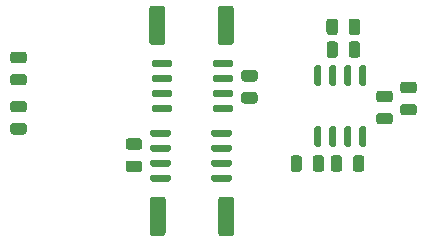
<source format=gbr>
%TF.GenerationSoftware,KiCad,Pcbnew,(5.1.6)-1*%
%TF.CreationDate,2020-06-16T18:43:17+01:00*%
%TF.ProjectId,peltier_driver_pcb,70656c74-6965-4725-9f64-72697665725f,rev?*%
%TF.SameCoordinates,Original*%
%TF.FileFunction,Paste,Top*%
%TF.FilePolarity,Positive*%
%FSLAX46Y46*%
G04 Gerber Fmt 4.6, Leading zero omitted, Abs format (unit mm)*
G04 Created by KiCad (PCBNEW (5.1.6)-1) date 2020-06-16 18:43:17*
%MOMM*%
%LPD*%
G01*
G04 APERTURE LIST*
G04 APERTURE END LIST*
%TO.C,U9*%
G36*
G01*
X135584200Y-74592399D02*
X135584200Y-74892399D01*
G75*
G02*
X135434200Y-75042399I-150000J0D01*
G01*
X133984200Y-75042399D01*
G75*
G02*
X133834200Y-74892399I0J150000D01*
G01*
X133834200Y-74592399D01*
G75*
G02*
X133984200Y-74442399I150000J0D01*
G01*
X135434200Y-74442399D01*
G75*
G02*
X135584200Y-74592399I0J-150000D01*
G01*
G37*
G36*
G01*
X135584200Y-73322399D02*
X135584200Y-73622399D01*
G75*
G02*
X135434200Y-73772399I-150000J0D01*
G01*
X133984200Y-73772399D01*
G75*
G02*
X133834200Y-73622399I0J150000D01*
G01*
X133834200Y-73322399D01*
G75*
G02*
X133984200Y-73172399I150000J0D01*
G01*
X135434200Y-73172399D01*
G75*
G02*
X135584200Y-73322399I0J-150000D01*
G01*
G37*
G36*
G01*
X135584200Y-72052399D02*
X135584200Y-72352399D01*
G75*
G02*
X135434200Y-72502399I-150000J0D01*
G01*
X133984200Y-72502399D01*
G75*
G02*
X133834200Y-72352399I0J150000D01*
G01*
X133834200Y-72052399D01*
G75*
G02*
X133984200Y-71902399I150000J0D01*
G01*
X135434200Y-71902399D01*
G75*
G02*
X135584200Y-72052399I0J-150000D01*
G01*
G37*
G36*
G01*
X135584200Y-70782399D02*
X135584200Y-71082399D01*
G75*
G02*
X135434200Y-71232399I-150000J0D01*
G01*
X133984200Y-71232399D01*
G75*
G02*
X133834200Y-71082399I0J150000D01*
G01*
X133834200Y-70782399D01*
G75*
G02*
X133984200Y-70632399I150000J0D01*
G01*
X135434200Y-70632399D01*
G75*
G02*
X135584200Y-70782399I0J-150000D01*
G01*
G37*
G36*
G01*
X130434200Y-70782399D02*
X130434200Y-71082399D01*
G75*
G02*
X130284200Y-71232399I-150000J0D01*
G01*
X128834200Y-71232399D01*
G75*
G02*
X128684200Y-71082399I0J150000D01*
G01*
X128684200Y-70782399D01*
G75*
G02*
X128834200Y-70632399I150000J0D01*
G01*
X130284200Y-70632399D01*
G75*
G02*
X130434200Y-70782399I0J-150000D01*
G01*
G37*
G36*
G01*
X130434200Y-72052399D02*
X130434200Y-72352399D01*
G75*
G02*
X130284200Y-72502399I-150000J0D01*
G01*
X128834200Y-72502399D01*
G75*
G02*
X128684200Y-72352399I0J150000D01*
G01*
X128684200Y-72052399D01*
G75*
G02*
X128834200Y-71902399I150000J0D01*
G01*
X130284200Y-71902399D01*
G75*
G02*
X130434200Y-72052399I0J-150000D01*
G01*
G37*
G36*
G01*
X130434200Y-73322399D02*
X130434200Y-73622399D01*
G75*
G02*
X130284200Y-73772399I-150000J0D01*
G01*
X128834200Y-73772399D01*
G75*
G02*
X128684200Y-73622399I0J150000D01*
G01*
X128684200Y-73322399D01*
G75*
G02*
X128834200Y-73172399I150000J0D01*
G01*
X130284200Y-73172399D01*
G75*
G02*
X130434200Y-73322399I0J-150000D01*
G01*
G37*
G36*
G01*
X130434200Y-74592399D02*
X130434200Y-74892399D01*
G75*
G02*
X130284200Y-75042399I-150000J0D01*
G01*
X128834200Y-75042399D01*
G75*
G02*
X128684200Y-74892399I0J150000D01*
G01*
X128684200Y-74592399D01*
G75*
G02*
X128834200Y-74442399I150000J0D01*
G01*
X130284200Y-74442399D01*
G75*
G02*
X130434200Y-74592399I0J-150000D01*
G01*
G37*
%TD*%
%TO.C,C6*%
G36*
G01*
X127763250Y-72352500D02*
X126850750Y-72352500D01*
G75*
G02*
X126607000Y-72108750I0J243750D01*
G01*
X126607000Y-71621250D01*
G75*
G02*
X126850750Y-71377500I243750J0D01*
G01*
X127763250Y-71377500D01*
G75*
G02*
X128007000Y-71621250I0J-243750D01*
G01*
X128007000Y-72108750D01*
G75*
G02*
X127763250Y-72352500I-243750J0D01*
G01*
G37*
G36*
G01*
X127763250Y-74227500D02*
X126850750Y-74227500D01*
G75*
G02*
X126607000Y-73983750I0J243750D01*
G01*
X126607000Y-73496250D01*
G75*
G02*
X126850750Y-73252500I243750J0D01*
G01*
X127763250Y-73252500D01*
G75*
G02*
X128007000Y-73496250I0J-243750D01*
G01*
X128007000Y-73983750D01*
G75*
G02*
X127763250Y-74227500I-243750J0D01*
G01*
G37*
%TD*%
%TO.C,R3*%
G36*
G01*
X148972250Y-68318500D02*
X148059750Y-68318500D01*
G75*
G02*
X147816000Y-68074750I0J243750D01*
G01*
X147816000Y-67587250D01*
G75*
G02*
X148059750Y-67343500I243750J0D01*
G01*
X148972250Y-67343500D01*
G75*
G02*
X149216000Y-67587250I0J-243750D01*
G01*
X149216000Y-68074750D01*
G75*
G02*
X148972250Y-68318500I-243750J0D01*
G01*
G37*
G36*
G01*
X148972250Y-70193500D02*
X148059750Y-70193500D01*
G75*
G02*
X147816000Y-69949750I0J243750D01*
G01*
X147816000Y-69462250D01*
G75*
G02*
X148059750Y-69218500I243750J0D01*
G01*
X148972250Y-69218500D01*
G75*
G02*
X149216000Y-69462250I0J-243750D01*
G01*
X149216000Y-69949750D01*
G75*
G02*
X148972250Y-70193500I-243750J0D01*
G01*
G37*
%TD*%
%TO.C,R5*%
G36*
G01*
X143964500Y-73972250D02*
X143964500Y-73059750D01*
G75*
G02*
X144208250Y-72816000I243750J0D01*
G01*
X144695750Y-72816000D01*
G75*
G02*
X144939500Y-73059750I0J-243750D01*
G01*
X144939500Y-73972250D01*
G75*
G02*
X144695750Y-74216000I-243750J0D01*
G01*
X144208250Y-74216000D01*
G75*
G02*
X143964500Y-73972250I0J243750D01*
G01*
G37*
G36*
G01*
X145839500Y-73972250D02*
X145839500Y-73059750D01*
G75*
G02*
X146083250Y-72816000I243750J0D01*
G01*
X146570750Y-72816000D01*
G75*
G02*
X146814500Y-73059750I0J-243750D01*
G01*
X146814500Y-73972250D01*
G75*
G02*
X146570750Y-74216000I-243750J0D01*
G01*
X146083250Y-74216000D01*
G75*
G02*
X145839500Y-73972250I0J243750D01*
G01*
G37*
%TD*%
%TO.C,R9*%
G36*
G01*
X151004250Y-69431500D02*
X150091750Y-69431500D01*
G75*
G02*
X149848000Y-69187750I0J243750D01*
G01*
X149848000Y-68700250D01*
G75*
G02*
X150091750Y-68456500I243750J0D01*
G01*
X151004250Y-68456500D01*
G75*
G02*
X151248000Y-68700250I0J-243750D01*
G01*
X151248000Y-69187750D01*
G75*
G02*
X151004250Y-69431500I-243750J0D01*
G01*
G37*
G36*
G01*
X151004250Y-67556500D02*
X150091750Y-67556500D01*
G75*
G02*
X149848000Y-67312750I0J243750D01*
G01*
X149848000Y-66825250D01*
G75*
G02*
X150091750Y-66581500I243750J0D01*
G01*
X151004250Y-66581500D01*
G75*
G02*
X151248000Y-66825250I0J-243750D01*
G01*
X151248000Y-67312750D01*
G75*
G02*
X151004250Y-67556500I-243750J0D01*
G01*
G37*
%TD*%
%TO.C,R4*%
G36*
G01*
X142440500Y-73972250D02*
X142440500Y-73059750D01*
G75*
G02*
X142684250Y-72816000I243750J0D01*
G01*
X143171750Y-72816000D01*
G75*
G02*
X143415500Y-73059750I0J-243750D01*
G01*
X143415500Y-73972250D01*
G75*
G02*
X143171750Y-74216000I-243750J0D01*
G01*
X142684250Y-74216000D01*
G75*
G02*
X142440500Y-73972250I0J243750D01*
G01*
G37*
G36*
G01*
X140565500Y-73972250D02*
X140565500Y-73059750D01*
G75*
G02*
X140809250Y-72816000I243750J0D01*
G01*
X141296750Y-72816000D01*
G75*
G02*
X141540500Y-73059750I0J-243750D01*
G01*
X141540500Y-73972250D01*
G75*
G02*
X141296750Y-74216000I-243750J0D01*
G01*
X140809250Y-74216000D01*
G75*
G02*
X140565500Y-73972250I0J243750D01*
G01*
G37*
%TD*%
%TO.C,R7*%
G36*
G01*
X144588500Y-63407750D02*
X144588500Y-64320250D01*
G75*
G02*
X144344750Y-64564000I-243750J0D01*
G01*
X143857250Y-64564000D01*
G75*
G02*
X143613500Y-64320250I0J243750D01*
G01*
X143613500Y-63407750D01*
G75*
G02*
X143857250Y-63164000I243750J0D01*
G01*
X144344750Y-63164000D01*
G75*
G02*
X144588500Y-63407750I0J-243750D01*
G01*
G37*
G36*
G01*
X146463500Y-63407750D02*
X146463500Y-64320250D01*
G75*
G02*
X146219750Y-64564000I-243750J0D01*
G01*
X145732250Y-64564000D01*
G75*
G02*
X145488500Y-64320250I0J243750D01*
G01*
X145488500Y-63407750D01*
G75*
G02*
X145732250Y-63164000I243750J0D01*
G01*
X146219750Y-63164000D01*
G75*
G02*
X146463500Y-63407750I0J-243750D01*
G01*
G37*
%TD*%
%TO.C,R8*%
G36*
G01*
X145483900Y-62389850D02*
X145483900Y-61477350D01*
G75*
G02*
X145727650Y-61233600I243750J0D01*
G01*
X146215150Y-61233600D01*
G75*
G02*
X146458900Y-61477350I0J-243750D01*
G01*
X146458900Y-62389850D01*
G75*
G02*
X146215150Y-62633600I-243750J0D01*
G01*
X145727650Y-62633600D01*
G75*
G02*
X145483900Y-62389850I0J243750D01*
G01*
G37*
G36*
G01*
X143608900Y-62389850D02*
X143608900Y-61477350D01*
G75*
G02*
X143852650Y-61233600I243750J0D01*
G01*
X144340150Y-61233600D01*
G75*
G02*
X144583900Y-61477350I0J-243750D01*
G01*
X144583900Y-62389850D01*
G75*
G02*
X144340150Y-62633600I-243750J0D01*
G01*
X143852650Y-62633600D01*
G75*
G02*
X143608900Y-62389850I0J243750D01*
G01*
G37*
%TD*%
%TO.C,U3*%
G36*
G01*
X143027200Y-72089200D02*
X142727200Y-72089200D01*
G75*
G02*
X142577200Y-71939200I0J150000D01*
G01*
X142577200Y-70489200D01*
G75*
G02*
X142727200Y-70339200I150000J0D01*
G01*
X143027200Y-70339200D01*
G75*
G02*
X143177200Y-70489200I0J-150000D01*
G01*
X143177200Y-71939200D01*
G75*
G02*
X143027200Y-72089200I-150000J0D01*
G01*
G37*
G36*
G01*
X144297200Y-72089200D02*
X143997200Y-72089200D01*
G75*
G02*
X143847200Y-71939200I0J150000D01*
G01*
X143847200Y-70489200D01*
G75*
G02*
X143997200Y-70339200I150000J0D01*
G01*
X144297200Y-70339200D01*
G75*
G02*
X144447200Y-70489200I0J-150000D01*
G01*
X144447200Y-71939200D01*
G75*
G02*
X144297200Y-72089200I-150000J0D01*
G01*
G37*
G36*
G01*
X145567200Y-72089200D02*
X145267200Y-72089200D01*
G75*
G02*
X145117200Y-71939200I0J150000D01*
G01*
X145117200Y-70489200D01*
G75*
G02*
X145267200Y-70339200I150000J0D01*
G01*
X145567200Y-70339200D01*
G75*
G02*
X145717200Y-70489200I0J-150000D01*
G01*
X145717200Y-71939200D01*
G75*
G02*
X145567200Y-72089200I-150000J0D01*
G01*
G37*
G36*
G01*
X146837200Y-72089200D02*
X146537200Y-72089200D01*
G75*
G02*
X146387200Y-71939200I0J150000D01*
G01*
X146387200Y-70489200D01*
G75*
G02*
X146537200Y-70339200I150000J0D01*
G01*
X146837200Y-70339200D01*
G75*
G02*
X146987200Y-70489200I0J-150000D01*
G01*
X146987200Y-71939200D01*
G75*
G02*
X146837200Y-72089200I-150000J0D01*
G01*
G37*
G36*
G01*
X146837200Y-66939200D02*
X146537200Y-66939200D01*
G75*
G02*
X146387200Y-66789200I0J150000D01*
G01*
X146387200Y-65339200D01*
G75*
G02*
X146537200Y-65189200I150000J0D01*
G01*
X146837200Y-65189200D01*
G75*
G02*
X146987200Y-65339200I0J-150000D01*
G01*
X146987200Y-66789200D01*
G75*
G02*
X146837200Y-66939200I-150000J0D01*
G01*
G37*
G36*
G01*
X145567200Y-66939200D02*
X145267200Y-66939200D01*
G75*
G02*
X145117200Y-66789200I0J150000D01*
G01*
X145117200Y-65339200D01*
G75*
G02*
X145267200Y-65189200I150000J0D01*
G01*
X145567200Y-65189200D01*
G75*
G02*
X145717200Y-65339200I0J-150000D01*
G01*
X145717200Y-66789200D01*
G75*
G02*
X145567200Y-66939200I-150000J0D01*
G01*
G37*
G36*
G01*
X144297200Y-66939200D02*
X143997200Y-66939200D01*
G75*
G02*
X143847200Y-66789200I0J150000D01*
G01*
X143847200Y-65339200D01*
G75*
G02*
X143997200Y-65189200I150000J0D01*
G01*
X144297200Y-65189200D01*
G75*
G02*
X144447200Y-65339200I0J-150000D01*
G01*
X144447200Y-66789200D01*
G75*
G02*
X144297200Y-66939200I-150000J0D01*
G01*
G37*
G36*
G01*
X143027200Y-66939200D02*
X142727200Y-66939200D01*
G75*
G02*
X142577200Y-66789200I0J150000D01*
G01*
X142577200Y-65339200D01*
G75*
G02*
X142727200Y-65189200I150000J0D01*
G01*
X143027200Y-65189200D01*
G75*
G02*
X143177200Y-65339200I0J-150000D01*
G01*
X143177200Y-66789200D01*
G75*
G02*
X143027200Y-66939200I-150000J0D01*
G01*
G37*
%TD*%
%TO.C,R14*%
G36*
G01*
X128634200Y-79411401D02*
X128634200Y-76561399D01*
G75*
G02*
X128884199Y-76311400I249999J0D01*
G01*
X129734201Y-76311400D01*
G75*
G02*
X129984200Y-76561399I0J-249999D01*
G01*
X129984200Y-79411401D01*
G75*
G02*
X129734201Y-79661400I-249999J0D01*
G01*
X128884199Y-79661400D01*
G75*
G02*
X128634200Y-79411401I0J249999D01*
G01*
G37*
G36*
G01*
X134434200Y-79411401D02*
X134434200Y-76561399D01*
G75*
G02*
X134684199Y-76311400I249999J0D01*
G01*
X135534201Y-76311400D01*
G75*
G02*
X135784200Y-76561399I0J-249999D01*
G01*
X135784200Y-79411401D01*
G75*
G02*
X135534201Y-79661400I-249999J0D01*
G01*
X134684199Y-79661400D01*
G75*
G02*
X134434200Y-79411401I0J249999D01*
G01*
G37*
%TD*%
%TO.C,R1*%
G36*
G01*
X117984250Y-69177500D02*
X117071750Y-69177500D01*
G75*
G02*
X116828000Y-68933750I0J243750D01*
G01*
X116828000Y-68446250D01*
G75*
G02*
X117071750Y-68202500I243750J0D01*
G01*
X117984250Y-68202500D01*
G75*
G02*
X118228000Y-68446250I0J-243750D01*
G01*
X118228000Y-68933750D01*
G75*
G02*
X117984250Y-69177500I-243750J0D01*
G01*
G37*
G36*
G01*
X117984250Y-71052500D02*
X117071750Y-71052500D01*
G75*
G02*
X116828000Y-70808750I0J243750D01*
G01*
X116828000Y-70321250D01*
G75*
G02*
X117071750Y-70077500I243750J0D01*
G01*
X117984250Y-70077500D01*
G75*
G02*
X118228000Y-70321250I0J-243750D01*
G01*
X118228000Y-70808750D01*
G75*
G02*
X117984250Y-71052500I-243750J0D01*
G01*
G37*
%TD*%
%TO.C,C1*%
G36*
G01*
X136629750Y-65586300D02*
X137542250Y-65586300D01*
G75*
G02*
X137786000Y-65830050I0J-243750D01*
G01*
X137786000Y-66317550D01*
G75*
G02*
X137542250Y-66561300I-243750J0D01*
G01*
X136629750Y-66561300D01*
G75*
G02*
X136386000Y-66317550I0J243750D01*
G01*
X136386000Y-65830050D01*
G75*
G02*
X136629750Y-65586300I243750J0D01*
G01*
G37*
G36*
G01*
X136629750Y-67461300D02*
X137542250Y-67461300D01*
G75*
G02*
X137786000Y-67705050I0J-243750D01*
G01*
X137786000Y-68192550D01*
G75*
G02*
X137542250Y-68436300I-243750J0D01*
G01*
X136629750Y-68436300D01*
G75*
G02*
X136386000Y-68192550I0J243750D01*
G01*
X136386000Y-67705050D01*
G75*
G02*
X136629750Y-67461300I243750J0D01*
G01*
G37*
%TD*%
%TO.C,R2*%
G36*
G01*
X117071750Y-64041500D02*
X117984250Y-64041500D01*
G75*
G02*
X118228000Y-64285250I0J-243750D01*
G01*
X118228000Y-64772750D01*
G75*
G02*
X117984250Y-65016500I-243750J0D01*
G01*
X117071750Y-65016500D01*
G75*
G02*
X116828000Y-64772750I0J243750D01*
G01*
X116828000Y-64285250D01*
G75*
G02*
X117071750Y-64041500I243750J0D01*
G01*
G37*
G36*
G01*
X117071750Y-65916500D02*
X117984250Y-65916500D01*
G75*
G02*
X118228000Y-66160250I0J-243750D01*
G01*
X118228000Y-66647750D01*
G75*
G02*
X117984250Y-66891500I-243750J0D01*
G01*
X117071750Y-66891500D01*
G75*
G02*
X116828000Y-66647750I0J243750D01*
G01*
X116828000Y-66160250D01*
G75*
G02*
X117071750Y-65916500I243750J0D01*
G01*
G37*
%TD*%
%TO.C,R6*%
G36*
G01*
X135758800Y-60381599D02*
X135758800Y-63231601D01*
G75*
G02*
X135508801Y-63481600I-249999J0D01*
G01*
X134658799Y-63481600D01*
G75*
G02*
X134408800Y-63231601I0J249999D01*
G01*
X134408800Y-60381599D01*
G75*
G02*
X134658799Y-60131600I249999J0D01*
G01*
X135508801Y-60131600D01*
G75*
G02*
X135758800Y-60381599I0J-249999D01*
G01*
G37*
G36*
G01*
X129958800Y-60381599D02*
X129958800Y-63231601D01*
G75*
G02*
X129708801Y-63481600I-249999J0D01*
G01*
X128858799Y-63481600D01*
G75*
G02*
X128608800Y-63231601I0J249999D01*
G01*
X128608800Y-60381599D01*
G75*
G02*
X128858799Y-60131600I249999J0D01*
G01*
X129708801Y-60131600D01*
G75*
G02*
X129958800Y-60381599I0J-249999D01*
G01*
G37*
%TD*%
%TO.C,U4*%
G36*
G01*
X128808800Y-65200601D02*
X128808800Y-64900601D01*
G75*
G02*
X128958800Y-64750601I150000J0D01*
G01*
X130408800Y-64750601D01*
G75*
G02*
X130558800Y-64900601I0J-150000D01*
G01*
X130558800Y-65200601D01*
G75*
G02*
X130408800Y-65350601I-150000J0D01*
G01*
X128958800Y-65350601D01*
G75*
G02*
X128808800Y-65200601I0J150000D01*
G01*
G37*
G36*
G01*
X128808800Y-66470601D02*
X128808800Y-66170601D01*
G75*
G02*
X128958800Y-66020601I150000J0D01*
G01*
X130408800Y-66020601D01*
G75*
G02*
X130558800Y-66170601I0J-150000D01*
G01*
X130558800Y-66470601D01*
G75*
G02*
X130408800Y-66620601I-150000J0D01*
G01*
X128958800Y-66620601D01*
G75*
G02*
X128808800Y-66470601I0J150000D01*
G01*
G37*
G36*
G01*
X128808800Y-67740601D02*
X128808800Y-67440601D01*
G75*
G02*
X128958800Y-67290601I150000J0D01*
G01*
X130408800Y-67290601D01*
G75*
G02*
X130558800Y-67440601I0J-150000D01*
G01*
X130558800Y-67740601D01*
G75*
G02*
X130408800Y-67890601I-150000J0D01*
G01*
X128958800Y-67890601D01*
G75*
G02*
X128808800Y-67740601I0J150000D01*
G01*
G37*
G36*
G01*
X128808800Y-69010601D02*
X128808800Y-68710601D01*
G75*
G02*
X128958800Y-68560601I150000J0D01*
G01*
X130408800Y-68560601D01*
G75*
G02*
X130558800Y-68710601I0J-150000D01*
G01*
X130558800Y-69010601D01*
G75*
G02*
X130408800Y-69160601I-150000J0D01*
G01*
X128958800Y-69160601D01*
G75*
G02*
X128808800Y-69010601I0J150000D01*
G01*
G37*
G36*
G01*
X133958800Y-69010601D02*
X133958800Y-68710601D01*
G75*
G02*
X134108800Y-68560601I150000J0D01*
G01*
X135558800Y-68560601D01*
G75*
G02*
X135708800Y-68710601I0J-150000D01*
G01*
X135708800Y-69010601D01*
G75*
G02*
X135558800Y-69160601I-150000J0D01*
G01*
X134108800Y-69160601D01*
G75*
G02*
X133958800Y-69010601I0J150000D01*
G01*
G37*
G36*
G01*
X133958800Y-67740601D02*
X133958800Y-67440601D01*
G75*
G02*
X134108800Y-67290601I150000J0D01*
G01*
X135558800Y-67290601D01*
G75*
G02*
X135708800Y-67440601I0J-150000D01*
G01*
X135708800Y-67740601D01*
G75*
G02*
X135558800Y-67890601I-150000J0D01*
G01*
X134108800Y-67890601D01*
G75*
G02*
X133958800Y-67740601I0J150000D01*
G01*
G37*
G36*
G01*
X133958800Y-66470601D02*
X133958800Y-66170601D01*
G75*
G02*
X134108800Y-66020601I150000J0D01*
G01*
X135558800Y-66020601D01*
G75*
G02*
X135708800Y-66170601I0J-150000D01*
G01*
X135708800Y-66470601D01*
G75*
G02*
X135558800Y-66620601I-150000J0D01*
G01*
X134108800Y-66620601D01*
G75*
G02*
X133958800Y-66470601I0J150000D01*
G01*
G37*
G36*
G01*
X133958800Y-65200601D02*
X133958800Y-64900601D01*
G75*
G02*
X134108800Y-64750601I150000J0D01*
G01*
X135558800Y-64750601D01*
G75*
G02*
X135708800Y-64900601I0J-150000D01*
G01*
X135708800Y-65200601D01*
G75*
G02*
X135558800Y-65350601I-150000J0D01*
G01*
X134108800Y-65350601D01*
G75*
G02*
X133958800Y-65200601I0J150000D01*
G01*
G37*
%TD*%
M02*

</source>
